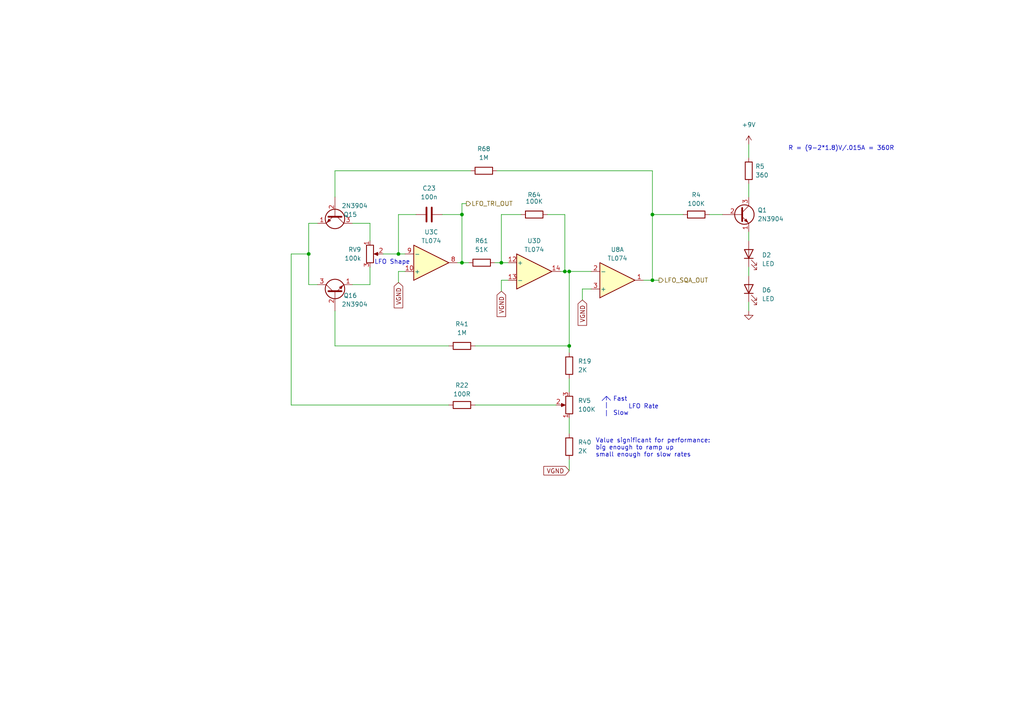
<source format=kicad_sch>
(kicad_sch (version 20211123) (generator eeschema)
  (paper "A4")
  (title_block (title "LivSynth - LFO") (date "2022-07-18") (rev "${Version}") (company "SloBlo Labs"))
  (lib_symbols
    (symbol "Amplifier_Operational:TL074" (pin_names (offset 0.127))
      (property "Reference" "U" (at 0 5.08 0))
      (property "Value" "TL074" (at 0 -5.08 0))
      (symbol "TL074_1_1"
        (polyline (pts (xy -5.08 5.08) (xy 5.08 0) (xy -5.08 -5.08) (xy -5.08 5.08)) (stroke (width 0.254)) (fill (type background)))
        (pin output line (at 7.62 0 180) (length 2.54) (name "~") (number "1"))
        (pin input line (at -7.62 -2.54 0) (length 2.54) (name "-") (number "2"))
        (pin input line (at -7.62 2.54 0) (length 2.54) (name "+") (number "3"))
      )
      (symbol "TL074_2_1"
        (polyline (pts (xy -5.08 5.08) (xy 5.08 0) (xy -5.08 -5.08) (xy -5.08 5.08)) (stroke (width 0.254)) (fill (type background)))
        (pin input line (at -7.62 2.54 0) (length 2.54) (name "+") (number "5"))
        (pin input line (at -7.62 -2.54 0) (length 2.54) (name "-") (number "6"))
        (pin output line (at 7.62 0 180) (length 2.54) (name "~") (number "7"))
      )
      (symbol "TL074_3_1"
        (polyline (pts (xy -5.08 5.08) (xy 5.08 0) (xy -5.08 -5.08) (xy -5.08 5.08)) (stroke (width 0.254)) (fill (type background)))
        (pin input line (at -7.62 2.54 0) (length 2.54) (name "+") (number "10"))
        (pin output line (at 7.62 0 180) (length 2.54) (name "~") (number "8"))
        (pin input line (at -7.62 -2.54 0) (length 2.54) (name "-") (number "9"))
      )
      (symbol "TL074_4_1"
        (polyline (pts (xy -5.08 5.08) (xy 5.08 0) (xy -5.08 -5.08) (xy -5.08 5.08)) (stroke (width 0.254)) (fill (type background)))
        (pin input line (at -7.62 2.54 0) (length 2.54) (name "+") (number "12"))
        (pin input line (at -7.62 -2.54 0) (length 2.54) (name "-") (number "13"))
        (pin output line (at 7.62 0 180) (length 2.54) (name "~") (number "14"))
      )
      (symbol "TL074_5_1"
        (pin power_in line (at -2.54 -7.62 90) (length 3.81) (name "V-") (number "11"))
        (pin power_in line (at -2.54 7.62 270) (length 3.81) (name "V+") (number "4"))
      )
    )
    (symbol "Device:C" (pin_numbers hide) (pin_names (offset 0.254))
      (property "Reference" "C" (at 0.635 2.54 0))
      (property "Value" "C" (at 0.635 -2.54 0))
      (symbol "C_0_1"
        (polyline (pts (xy -2.032 -0.762) (xy 2.032 -0.762)) (stroke (width 0.508)))
        (polyline (pts (xy -2.032 0.762) (xy 2.032 0.762)) (stroke (width 0.508)))
      )
      (symbol "C_1_1"
        (pin passive line (at 0 3.81 270) (length 2.794) (name "~") (number "1"))
        (pin passive line (at 0 -3.81 90) (length 2.794) (name "~") (number "2"))
      )
    )
    (symbol "Device:LED" (pin_numbers hide) (pin_names (offset 1.016) hide)
      (property "Reference" "D" (at 0 2.54 0))
      (property "Value" "LED" (at 0 -2.54 0))
      (symbol "LED_0_1"
        (polyline (pts (xy -1.27 -1.27) (xy -1.27 1.27)) (stroke (width 0.254)))
        (polyline (pts (xy -1.27 0) (xy 1.27 0)))
        (polyline (pts (xy 1.27 -1.27) (xy 1.27 1.27) (xy -1.27 0) (xy 1.27 -1.27)) (stroke (width 0.254)))
        (polyline (pts (xy -3.048 -0.762) (xy -4.572 -2.286) (xy -3.81 -2.286) (xy -4.572 -2.286) (xy -4.572 -1.524)))
        (polyline (pts (xy -1.778 -0.762) (xy -3.302 -2.286) (xy -2.54 -2.286) (xy -3.302 -2.286) (xy -3.302 -1.524)))
      )
      (symbol "LED_1_1"
        (pin passive line (at -3.81 0 0) (length 2.54) (name "K") (number "1"))
        (pin passive line (at 3.81 0 180) (length 2.54) (name "A") (number "2"))
      )
    )
    (symbol "Device:R" (pin_numbers hide) (pin_names (offset 0))
      (property "Reference" "R" (at 2.032 0 90))
      (property "Value" "R" (at 0 0 90))
      (symbol "R_0_1"
        (rectangle (start -1.016 -2.54) (end 1.016 2.54) (stroke (width 0.254)))
      )
      (symbol "R_1_1"
        (pin passive line (at 0 3.81 270) (length 1.27) (name "~") (number "1"))
        (pin passive line (at 0 -3.81 90) (length 1.27) (name "~") (number "2"))
      )
    )
    (symbol "Device:R_Potentiometer" (pin_names (offset 1.016) hide)
      (property "Reference" "RV" (at -4.445 0 90))
      (property "Value" "R_Potentiometer" (at -2.54 0 90))
      (symbol "R_Potentiometer_0_1"
        (polyline (pts (xy 2.54 0) (xy 1.524 0)))
        (polyline (pts (xy 1.143 0) (xy 2.286 0.508) (xy 2.286 -0.508) (xy 1.143 0)) (fill (type outline)))
        (rectangle (start 1.016 2.54) (end -1.016 -2.54) (stroke (width 0.254)))
      )
      (symbol "R_Potentiometer_1_1"
        (pin passive line (at 0 3.81 270) (length 1.27) (name "1") (number "1"))
        (pin passive line (at 3.81 0 180) (length 1.27) (name "2") (number "2"))
        (pin passive line (at 0 -3.81 90) (length 1.27) (name "3") (number "3"))
      )
    )
    (symbol "Transistor_BJT:2N3904" (pin_names (offset 0) hide)
      (property "Reference" "Q" (at 5.08 1.905 0))
      (property "Value" "2N3904" (at 5.08 0 0))
      (symbol "2N3904_0_1"
        (polyline (pts (xy 0.635 0.635) (xy 2.54 2.54)))
        (polyline (pts (xy 0.635 -0.635) (xy 2.54 -2.54) (xy 2.54 -2.54)))
        (polyline (pts (xy 0.635 1.905) (xy 0.635 -1.905) (xy 0.635 -1.905)) (stroke (width 0.508)))
        (polyline (pts (xy 1.27 -1.778) (xy 1.778 -1.27) (xy 2.286 -2.286) (xy 1.27 -1.778) (xy 1.27 -1.778)) (fill (type outline)))
        (circle (center 1.27 0) (radius 2.8194) (stroke (width 0.254)))
      )
      (symbol "2N3904_1_1"
        (pin passive line (at 2.54 -5.08 90) (length 2.54) (name "E") (number "1"))
        (pin passive line (at -5.08 0 0) (length 5.715) (name "B") (number "2"))
        (pin passive line (at 2.54 5.08 270) (length 2.54) (name "C") (number "3"))
      )
    )
    (symbol "power:+9V" (power) (pin_names (offset 0))
      (property "Value" "+9V" (at 0 3.556 0))
      (symbol "+9V_0_1"
        (polyline (pts (xy -0.762 1.27) (xy 0 2.54)))
        (polyline (pts (xy 0 0) (xy 0 2.54)))
        (polyline (pts (xy 0 2.54) (xy 0.762 1.27)))
      )
      (symbol "+9V_1_1"
        (pin power_in line (at 0 0 90) (length 0) hide (name "+9V") (number "1"))
      )
    )
    (symbol "power:GND" (power) (pin_names (offset 0))
      (property "Value" "GND" (at 0 -3.81 0))
      (symbol "GND_0_1"
        (polyline (pts (xy 0 0) (xy 0 -1.27) (xy 1.27 -1.27) (xy 0 -2.54) (xy -1.27 -1.27) (xy 0 -1.27)))
      )
      (symbol "GND_1_1"
        (pin power_in line (at 0 0 270) (length 0) hide (name "GND") (number "1"))
      )
    )
  )
  (junction (at 189.23 81.28))
  (junction (at 145.415 76.2))
  (junction (at 133.985 76.2))
  (junction (at 163.83 78.74))
  (junction (at 133.985 62.23))
  (junction (at 89.535 73.66))
  (junction (at 165.1 100.33))
  (junction (at 165.1 78.74))
  (junction (at 189.23 62.23))
  (junction (at 115.57 73.66))
  (wire (pts (xy 189.23 49.53) (xy 189.23 62.23)))
  (wire (pts (xy 217.17 41.91) (xy 217.17 45.72)))
  (wire (pts (xy 137.795 117.475) (xy 161.29 117.475)))
  (wire (pts (xy 217.17 53.34) (xy 217.17 57.15)))
  (polyline (pts (xy 175.895 114.935) (xy 177.165 116.205)))
  (wire (pts (xy 133.985 76.2) (xy 135.89 76.2)))
  (wire (pts (xy 162.56 78.74) (xy 163.83 78.74)))
  (wire (pts (xy 133.985 62.23) (xy 133.985 76.2)))
  (wire (pts (xy 144.145 49.53) (xy 189.23 49.53)))
  (wire (pts (xy 115.57 62.23) (xy 115.57 73.66)))
  (wire (pts (xy 97.155 49.53) (xy 136.525 49.53)))
  (wire (pts (xy 133.985 59.055) (xy 135.255 59.055)))
  (wire (pts (xy 128.27 62.23) (xy 133.985 62.23)))
  (wire (pts (xy 165.1 133.35) (xy 165.1 136.525)))
  (wire (pts (xy 102.235 82.55) (xy 107.315 82.55)))
  (wire (pts (xy 189.23 62.23) (xy 189.23 81.28)))
  (wire (pts (xy 107.315 82.55) (xy 107.315 77.47)))
  (wire (pts (xy 165.1 78.74) (xy 171.45 78.74)))
  (wire (pts (xy 89.535 82.55) (xy 89.535 73.66)))
  (wire (pts (xy 165.1 121.285) (xy 165.1 125.73)))
  (wire (pts (xy 189.23 81.28) (xy 191.135 81.28)))
  (wire (pts (xy 145.415 84.455) (xy 145.415 81.28)))
  (wire (pts (xy 145.415 62.23) (xy 145.415 76.2)))
  (wire (pts (xy 137.795 100.33) (xy 165.1 100.33)))
  (wire (pts (xy 120.65 62.23) (xy 115.57 62.23)))
  (wire (pts (xy 163.83 62.23) (xy 163.83 78.74)))
  (wire (pts (xy 132.715 76.2) (xy 133.985 76.2)))
  (wire (pts (xy 97.155 57.15) (xy 97.155 49.53)))
  (wire (pts (xy 130.175 100.33) (xy 97.155 100.33)))
  (wire (pts (xy 89.535 64.77) (xy 92.075 64.77)))
  (wire (pts (xy 189.23 81.28) (xy 186.69 81.28)))
  (polyline (pts (xy 175.895 120.65) (xy 175.895 114.935)))
  (wire (pts (xy 84.455 73.66) (xy 89.535 73.66)))
  (wire (pts (xy 205.74 62.23) (xy 209.55 62.23)))
  (wire (pts (xy 107.315 64.77) (xy 107.315 69.85)))
  (wire (pts (xy 84.455 117.475) (xy 84.455 73.66)))
  (wire (pts (xy 111.125 73.66) (xy 115.57 73.66)))
  (wire (pts (xy 102.235 64.77) (xy 107.315 64.77)))
  (polyline (pts (xy 174.625 116.205) (xy 175.895 114.935)))
  (wire (pts (xy 165.1 100.33) (xy 165.1 102.235)))
  (wire (pts (xy 217.17 67.31) (xy 217.17 69.85)))
  (wire (pts (xy 130.175 117.475) (xy 84.455 117.475)))
  (wire (pts (xy 165.1 78.74) (xy 165.1 100.33)))
  (wire (pts (xy 89.535 73.66) (xy 89.535 64.77)))
  (wire (pts (xy 145.415 81.28) (xy 147.32 81.28)))
  (wire (pts (xy 151.13 62.23) (xy 145.415 62.23)))
  (wire (pts (xy 115.57 73.66) (xy 117.475 73.66)))
  (wire (pts (xy 165.1 109.855) (xy 165.1 113.665)))
  (wire (pts (xy 158.75 62.23) (xy 163.83 62.23)))
  (wire (pts (xy 143.51 76.2) (xy 145.415 76.2)))
  (wire (pts (xy 168.91 83.82) (xy 171.45 83.82)))
  (wire (pts (xy 117.475 78.74) (xy 115.57 78.74)))
  (wire (pts (xy 97.155 100.33) (xy 97.155 90.17)))
  (wire (pts (xy 92.075 82.55) (xy 89.535 82.55)))
  (wire (pts (xy 163.83 78.74) (xy 165.1 78.74)))
  (wire (pts (xy 217.17 77.47) (xy 217.17 80.01)))
  (wire (pts (xy 189.23 62.23) (xy 198.12 62.23)))
  (wire (pts (xy 115.57 78.74) (xy 115.57 81.915)))
  (wire (pts (xy 168.91 86.995) (xy 168.91 83.82)))
  (wire (pts (xy 133.985 59.055) (xy 133.985 62.23)))
  (wire (pts (xy 145.415 76.2) (xy 147.32 76.2)))
  (wire (pts (xy 217.17 87.63) (xy 217.17 90.17)))
  (text "LFO Shape" (at 108.585 76.835 0) (effects (font (size 1.27 1.27)) (justify left bottom)))
  (text "LFO Rate" (at 182.245 118.745 0) (effects (font (size 1.27 1.27)) (justify left bottom)))
  (text "Fast\n\nSlow" (at 177.8 120.65 0) (effects (font (size 1.27 1.27)) (justify left bottom)))
  (text "R = (9-2*1.8)V/.015A = 360R" (at 228.6 43.815 0) (effects (font (size 1.27 1.27)) (justify left bottom)))
  (text "Value significant for performance:\nbig enough to ramp up\nsmall enough for slow rates" (at 172.72 132.715 0) (effects (font (size 1.27 1.27)) (justify left bottom)))
  (global_label "VGND" (shape input) (at 165.1 136.525 180) (property "Intersheet References" "${INTERSHEET_REFS}" (effects hide)))
  (global_label "VGND" (shape input) (at 145.415 84.455 270) (property "Intersheet References" "${INTERSHEET_REFS}" (effects hide)))
  (global_label "VGND" (shape input) (at 168.91 86.995 270) (property "Intersheet References" "${INTERSHEET_REFS}" (effects hide)))
  (global_label "VGND" (shape input) (at 115.57 81.915 270) (property "Intersheet References" "${INTERSHEET_REFS}" (effects hide)))
  (hierarchical_label "LFO_TRI_OUT" (shape output) (at 135.255 59.055 0))
  (hierarchical_label "LFO_SQA_OUT" (shape output) (at 191.135 81.28 0))
  (symbol (lib_id "Amplifier_Operational:TL074") (at 154.94 78.74 0) (unit 4)
    (property "Reference" "U3" (at 154.94 69.85 0))
    (property "Value" "TL074" (at 154.94 72.39 0))
    (property "Footprint" "Package_SO:SOIC-14_3.9x8.7mm_P1.27mm" (effects hide))
    (property "Datasheet" "http://www.ti.com/lit/ds/symlink/tl071.pdf" (effects hide))
  )
  (symbol (lib_id "power:GND") (at 217.17 90.17 0) (unit 1)
    (property "Reference" "#PWR045" (effects hide))
    (property "Value" "GND" (effects hide))
  )
  (symbol (lib_id "Device:R") (at 139.7 76.2 90) (unit 1)
    (property "Reference" "R61" (at 139.7 69.85 90))
    (property "Value" "51K" (at 139.7 72.39 90))
    (property "Footprint" "Resistor_THT:R_Axial_DIN0207_L6.3mm_D2.5mm_P7.62mm_Horizontal" (effects hide))
  )
  (symbol (lib_id "Device:R") (at 165.1 129.54 0) (unit 1)
    (property "Reference" "R40" (at 167.64 128.2699 0) (effects (justify left)))
    (property "Value" "2K" (at 167.64 130.8099 0) (effects (justify left)))
    (property "Footprint" "Resistor_THT:R_Axial_DIN0207_L6.3mm_D2.5mm_P7.62mm_Horizontal" (effects hide))
  )
  (symbol (lib_id "Device:C") (at 124.46 62.23 90) (unit 1)
    (property "Reference" "C23" (at 124.46 54.61 90))
    (property "Value" "100n" (at 124.46 57.15 90))
    (property "Footprint" "Capacitor_THT:C_Rect_L7.2mm_W2.5mm_P5.00mm_FKS2_FKP2_MKS2_MKP2" (effects hide))
  )
  (symbol (lib_id "Device:R") (at 217.17 49.53 0) (unit 1)
    (property "Reference" "R5" (at 219.075 48.2599 0) (effects (justify left)))
    (property "Value" "360" (at 219.075 50.7999 0) (effects (justify left)))
    (property "Footprint" "Resistor_THT:R_Axial_DIN0207_L6.3mm_D2.5mm_P7.62mm_Horizontal" (effects hide))
  )
  (symbol (lib_id "Device:R") (at 201.93 62.23 270) (unit 1)
    (property "Reference" "R4" (at 201.93 56.515 90))
    (property "Value" "100K" (at 201.93 59.055 90))
    (property "Footprint" "Resistor_THT:R_Axial_DIN0207_L6.3mm_D2.5mm_P7.62mm_Horizontal" (effects hide))
  )
  (symbol (lib_id "Device:R_Potentiometer") (at 107.315 73.66 0) (unit 1)
    (property "Reference" "RV9" (at 104.775 72.3899 0) (effects (justify right)))
    (property "Value" "100k" (at 104.775 74.9299 0) (effects (justify right)))
    (property "Footprint" "SloBlo:RV141F-40-20BL" (effects hide))
  )
  (symbol (lib_id "Transistor_BJT:2N3904") (at 97.155 85.09 90) (unit 1)
    (property "Reference" "Q16" (at 101.6 85.725 90))
    (property "Value" "2N3904" (at 102.87 88.265 90))
    (property "Footprint" "Package_TO_SOT_THT:TO-92_Inline" (effects hide))
    (property "Datasheet" "https://www.onsemi.com/pub/Collateral/2N3903-D.PDF" (effects hide))
  )
  (symbol (lib_id "Device:R") (at 133.985 117.475 270) (unit 1)
    (property "Reference" "R22" (at 133.985 111.76 90))
    (property "Value" "100R" (at 133.985 114.3 90))
    (property "Footprint" "Resistor_THT:R_Axial_DIN0207_L6.3mm_D2.5mm_P7.62mm_Horizontal" (effects hide))
  )
  (symbol (lib_id "Device:R_Potentiometer") (at 165.1 117.475 180) (unit 1)
    (property "Reference" "RV5" (at 167.64 116.2049 0) (effects (justify right)))
    (property "Value" "100K" (at 167.64 118.7449 0) (effects (justify right)))
    (property "Footprint" "SloBlo:RV141F-40-20BL" (effects hide))
  )
  (symbol (lib_id "Device:R") (at 140.335 49.53 90) (unit 1)
    (property "Reference" "R68" (at 140.335 43.18 90))
    (property "Value" "1M" (at 140.335 45.72 90))
    (property "Footprint" "Resistor_THT:R_Axial_DIN0207_L6.3mm_D2.5mm_P7.62mm_Horizontal" (effects hide))
  )
  (symbol (lib_id "Amplifier_Operational:TL074") (at 125.095 76.2 0) (mirror x) (unit 3)
    (property "Reference" "U3" (at 125.095 67.31 0))
    (property "Value" "TL074" (at 125.095 69.85 0))
    (property "Footprint" "Package_SO:SOIC-14_3.9x8.7mm_P1.27mm" (effects hide))
    (property "Datasheet" "http://www.ti.com/lit/ds/symlink/tl071.pdf" (effects hide))
  )
  (symbol (lib_id "Transistor_BJT:2N3904") (at 214.63 62.23 0) (unit 1)
    (property "Reference" "Q1" (at 219.71 60.9599 0) (effects (justify left)))
    (property "Value" "2N3904" (at 219.71 63.4999 0) (effects (justify left)))
    (property "Footprint" "Package_TO_SOT_THT:TO-92_Inline" (effects hide))
    (property "Datasheet" "https://www.onsemi.com/pub/Collateral/2N3903-D.PDF" (effects hide))
  )
  (symbol (lib_id "Transistor_BJT:2N3904") (at 97.155 62.23 270) (unit 1)
    (property "Reference" "Q15" (at 101.6 62.23 90))
    (property "Value" "2N3904" (at 102.87 59.69 90))
    (property "Footprint" "Package_TO_SOT_THT:TO-92_Inline" (effects hide))
    (property "Datasheet" "https://www.onsemi.com/pub/Collateral/2N3903-D.PDF" (effects hide))
  )
  (symbol (lib_id "Amplifier_Operational:TL074") (at 179.07 81.28 0) (mirror x) (unit 1)
    (property "Reference" "U8" (at 179.07 72.39 0))
    (property "Value" "TL074" (at 179.07 74.93 0))
    (property "Footprint" "Package_SO:SOIC-14_3.9x8.7mm_P1.27mm" (effects hide))
    (property "Datasheet" "http://www.ti.com/lit/ds/symlink/tl071.pdf" (effects hide))
  )
  (symbol (lib_id "power:+9V") (at 217.17 41.91 0) (unit 1)
    (property "Reference" "#PWR044" (effects hide))
    (property "Value" "+9V" (at 217.17 36.195 0))
  )
  (symbol (lib_id "Device:LED") (at 217.17 83.82 90) (unit 1)
    (property "Reference" "D6" (at 220.98 84.1374 90) (effects (justify right)))
    (property "Value" "LED" (at 220.98 86.6774 90) (effects (justify right)))
    (property "Footprint" "LED_THT:LED_D5.0mm" (effects hide))
  )
  (symbol (lib_id "Device:R") (at 133.985 100.33 90) (unit 1)
    (property "Reference" "R41" (at 133.985 93.98 90))
    (property "Value" "1M" (at 133.985 96.52 90))
    (property "Footprint" "Resistor_THT:R_Axial_DIN0207_L6.3mm_D2.5mm_P7.62mm_Horizontal" (effects hide))
  )
  (symbol (lib_id "Device:R") (at 154.94 62.23 90) (unit 1)
    (property "Reference" "R64" (at 154.94 56.515 90))
    (property "Value" "100K" (at 154.94 58.42 90))
    (property "Footprint" "Resistor_THT:R_Axial_DIN0207_L6.3mm_D2.5mm_P7.62mm_Horizontal" (effects hide))
  )
  (symbol (lib_id "Device:LED") (at 217.17 73.66 90) (unit 1)
    (property "Reference" "D2" (at 220.98 73.9774 90) (effects (justify right)))
    (property "Value" "LED" (at 220.98 76.5174 90) (effects (justify right)))
    (property "Footprint" "LED_THT:LED_D5.0mm" (effects hide))
  )
  (symbol (lib_id "Device:R") (at 165.1 106.045 0) (unit 1)
    (property "Reference" "R19" (at 167.64 104.7749 0) (effects (justify left)))
    (property "Value" "2K" (at 167.64 107.3149 0) (effects (justify left)))
    (property "Footprint" "Resistor_THT:R_Axial_DIN0207_L6.3mm_D2.5mm_P7.62mm_Horizontal" (effects hide))
  )
)
</source>
